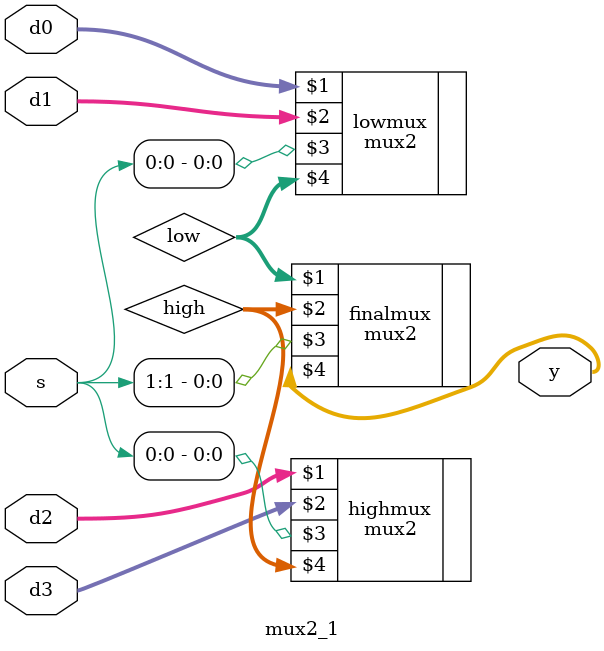
<source format=sv>
module mux2_1(input logic [3:0] d0,d1,d2,d3,
					input logic [1:0] s,
					output logic [3:0]y);
		logic [3:0] low,high;
		mux2 lowmux(d0,d1,s[0], low);
		mux2 highmux(d2,d3, s[0], high);
		mux2 finalmux(low, high, s[1], y);
endmodule

</source>
